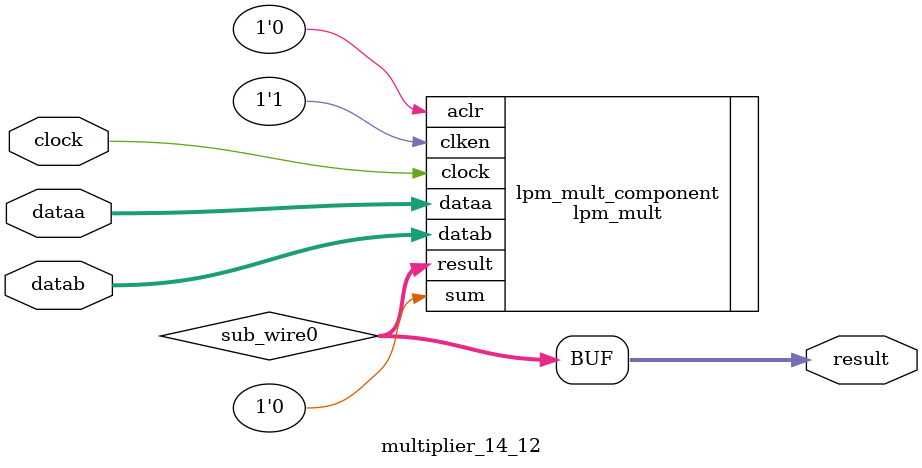
<source format=v>
`timescale 1 ps / 1 ps
module multiplier_14_12 (
	clock,
	dataa,
	datab,
	result);

	input	  clock;
	input	[13:0]  dataa;
	input	[11:0]  datab;
	output	[25:0]  result;

	wire [25:0] sub_wire0;
	wire [25:0] result = sub_wire0[25:0];

	lpm_mult	lpm_mult_component (
				.dataa (dataa),
				.datab (datab),
				.clock (clock),
				.result (sub_wire0),
				.aclr (1'b0),
				.clken (1'b1),
				.sum (1'b0));
	defparam
		lpm_mult_component.lpm_hint = "MAXIMIZE_SPEED=5",
		lpm_mult_component.lpm_pipeline = 2,
		lpm_mult_component.lpm_representation = "SIGNED",
		lpm_mult_component.lpm_type = "LPM_MULT",
		lpm_mult_component.lpm_widtha = 14,
		lpm_mult_component.lpm_widthb = 12,
		lpm_mult_component.lpm_widthp = 26;


endmodule

</source>
